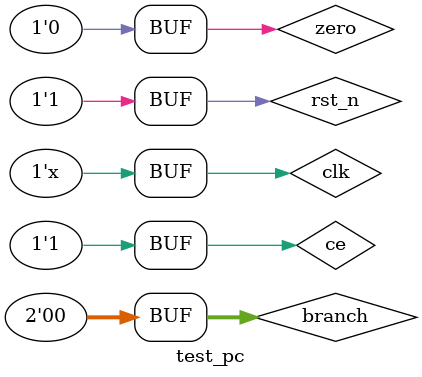
<source format=v>
`timescale 1ns / 1ps


module test_pc;
    wire [31:0]    cur_pc;
    reg  [31:0]    imm;
    reg  [1:0]     branch;
    reg            zero;
    reg            result_o;

    wire [31:0]    next_pc;

    reg              ce;
    //reg  [31:0]      addr;
    wire [31:0]     inst;

    reg clk;    
    reg rst_n;
    
        
    initial begin
        clk = 0;
        rst_n = 0;
    
        #100
        rst_n = 1'b1;
        ce = 1'b1;       
    
        branch = 1'b0;
        zero = 1'b0;
    
    end
    always #100 clk = ~clk;

    next_pc next_pc0(
        .pc(cur_pc),
        .imm(imm),
        .branch(branch),
        .zero(zero),
        .next_pc(next_pc)
        );
    
    inst_rom inst_rom0(
        .ce(ce),
        .addr(cur_pc),
        .inst(inst)
        );
    
    pc_reg pc_reg0(
        .clk(clk),
        .rst_n(rst_n),
        
        .next_pc(next_pc),
        .cur_pc(cur_pc)
        );

endmodule
</source>
